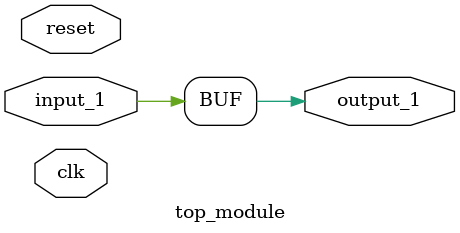
<source format=sv>



module top_module (
  input               clk,
  input               reset,
  input               input_1,
  output              output_1
);

  assign output_1 = input_1;

endmodule

</source>
